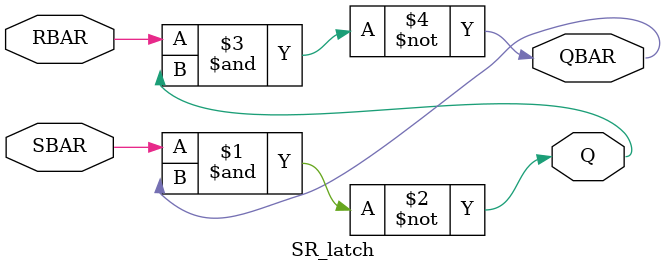
<source format=v>
module SR_latch (Q,QBAR,SBAR,RBAR);
    output wire Q, QBAR;
    input wire SBAR,RBAR;

    nand n1(Q, SBAR, QBAR);
    nand n2(QBAR, RBAR,Q);

endmodule
/*
module SR_latch (
    output wire Q, QBAR,
    input wire SBAR, RBAR,
    input wire CLK
);

    wire S_gated, R_gated;

    // 클럭이 1일 때만 입력 반영되도록 gating
    nand n1(S_gated, SBAR, CLK);
    nand n2(R_gated, RBAR, CLK);

    // 기존 SR 래치 구조
    nand n3(Q, S_gated, QBAR);
    nand n4(QBAR, R_gated, Q);

endmodule
*/
</source>
